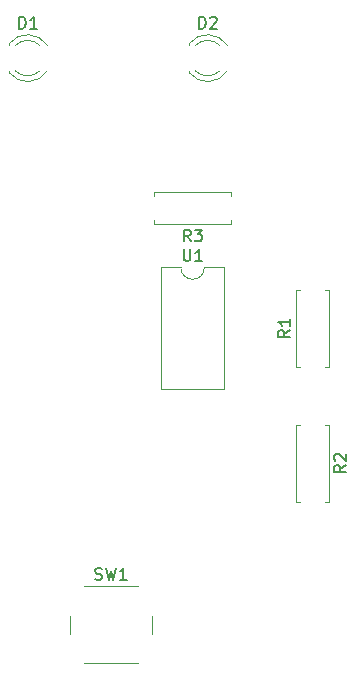
<source format=gbr>
%TF.GenerationSoftware,KiCad,Pcbnew,(5.1.8)-1*%
%TF.CreationDate,2021-08-08T22:25:57+05:30*%
%TF.ProjectId,1st,3173742e-6b69-4636-9164-5f7063625858,rev?*%
%TF.SameCoordinates,Original*%
%TF.FileFunction,Legend,Top*%
%TF.FilePolarity,Positive*%
%FSLAX46Y46*%
G04 Gerber Fmt 4.6, Leading zero omitted, Abs format (unit mm)*
G04 Created by KiCad (PCBNEW (5.1.8)-1) date 2021-08-08 22:25:57*
%MOMM*%
%LPD*%
G01*
G04 APERTURE LIST*
%ADD10C,0.120000*%
%ADD11C,0.150000*%
G04 APERTURE END LIST*
D10*
%TO.C,D1*%
X54320000Y-48070000D02*
X54320000Y-48226000D01*
X54320000Y-45754000D02*
X54320000Y-45910000D01*
X57552335Y-45911392D02*
G75*
G03*
X54320000Y-45754484I-1672335J-1078608D01*
G01*
X57552335Y-48068608D02*
G75*
G02*
X54320000Y-48225516I-1672335J1078608D01*
G01*
X56921130Y-45910163D02*
G75*
G03*
X54839039Y-45910000I-1041130J-1079837D01*
G01*
X56921130Y-48069837D02*
G75*
G02*
X54839039Y-48070000I-1041130J1079837D01*
G01*
%TO.C,D2*%
X72161130Y-48069837D02*
G75*
G02*
X70079039Y-48070000I-1041130J1079837D01*
G01*
X72161130Y-45910163D02*
G75*
G03*
X70079039Y-45910000I-1041130J-1079837D01*
G01*
X72792335Y-48068608D02*
G75*
G02*
X69560000Y-48225516I-1672335J1078608D01*
G01*
X72792335Y-45911392D02*
G75*
G03*
X69560000Y-45754484I-1672335J-1078608D01*
G01*
X69560000Y-45754000D02*
X69560000Y-45910000D01*
X69560000Y-48070000D02*
X69560000Y-48226000D01*
%TO.C,R1*%
X78970000Y-73120000D02*
X78640000Y-73120000D01*
X78640000Y-73120000D02*
X78640000Y-66580000D01*
X78640000Y-66580000D02*
X78970000Y-66580000D01*
X81050000Y-73120000D02*
X81380000Y-73120000D01*
X81380000Y-73120000D02*
X81380000Y-66580000D01*
X81380000Y-66580000D02*
X81050000Y-66580000D01*
%TO.C,R2*%
X78640000Y-84550000D02*
X78970000Y-84550000D01*
X78640000Y-78010000D02*
X78640000Y-84550000D01*
X78970000Y-78010000D02*
X78640000Y-78010000D01*
X81380000Y-84550000D02*
X81050000Y-84550000D01*
X81380000Y-78010000D02*
X81380000Y-84550000D01*
X81050000Y-78010000D02*
X81380000Y-78010000D01*
%TO.C,R3*%
X66580000Y-58320000D02*
X66580000Y-58650000D01*
X73120000Y-58320000D02*
X66580000Y-58320000D01*
X73120000Y-58650000D02*
X73120000Y-58320000D01*
X66580000Y-61060000D02*
X66580000Y-60730000D01*
X73120000Y-61060000D02*
X66580000Y-61060000D01*
X73120000Y-60730000D02*
X73120000Y-61060000D01*
%TO.C,SW1*%
X66440000Y-95710000D02*
X66440000Y-94210000D01*
X65190000Y-91710000D02*
X60690000Y-91710000D01*
X59440000Y-94210000D02*
X59440000Y-95710000D01*
X60690000Y-98210000D02*
X65190000Y-98210000D01*
%TO.C,U1*%
X72500000Y-64710000D02*
X70850000Y-64710000D01*
X72500000Y-74990000D02*
X72500000Y-64710000D01*
X67200000Y-74990000D02*
X72500000Y-74990000D01*
X67200000Y-64710000D02*
X67200000Y-74990000D01*
X68850000Y-64710000D02*
X67200000Y-64710000D01*
X70850000Y-64710000D02*
G75*
G02*
X68850000Y-64710000I-1000000J0D01*
G01*
%TO.C,D1*%
D11*
X55141904Y-44482380D02*
X55141904Y-43482380D01*
X55380000Y-43482380D01*
X55522857Y-43530000D01*
X55618095Y-43625238D01*
X55665714Y-43720476D01*
X55713333Y-43910952D01*
X55713333Y-44053809D01*
X55665714Y-44244285D01*
X55618095Y-44339523D01*
X55522857Y-44434761D01*
X55380000Y-44482380D01*
X55141904Y-44482380D01*
X56665714Y-44482380D02*
X56094285Y-44482380D01*
X56380000Y-44482380D02*
X56380000Y-43482380D01*
X56284761Y-43625238D01*
X56189523Y-43720476D01*
X56094285Y-43768095D01*
%TO.C,D2*%
X70381904Y-44482380D02*
X70381904Y-43482380D01*
X70620000Y-43482380D01*
X70762857Y-43530000D01*
X70858095Y-43625238D01*
X70905714Y-43720476D01*
X70953333Y-43910952D01*
X70953333Y-44053809D01*
X70905714Y-44244285D01*
X70858095Y-44339523D01*
X70762857Y-44434761D01*
X70620000Y-44482380D01*
X70381904Y-44482380D01*
X71334285Y-43577619D02*
X71381904Y-43530000D01*
X71477142Y-43482380D01*
X71715238Y-43482380D01*
X71810476Y-43530000D01*
X71858095Y-43577619D01*
X71905714Y-43672857D01*
X71905714Y-43768095D01*
X71858095Y-43910952D01*
X71286666Y-44482380D01*
X71905714Y-44482380D01*
%TO.C,R1*%
X78092380Y-70016666D02*
X77616190Y-70350000D01*
X78092380Y-70588095D02*
X77092380Y-70588095D01*
X77092380Y-70207142D01*
X77140000Y-70111904D01*
X77187619Y-70064285D01*
X77282857Y-70016666D01*
X77425714Y-70016666D01*
X77520952Y-70064285D01*
X77568571Y-70111904D01*
X77616190Y-70207142D01*
X77616190Y-70588095D01*
X78092380Y-69064285D02*
X78092380Y-69635714D01*
X78092380Y-69350000D02*
X77092380Y-69350000D01*
X77235238Y-69445238D01*
X77330476Y-69540476D01*
X77378095Y-69635714D01*
%TO.C,R2*%
X82832380Y-81446666D02*
X82356190Y-81780000D01*
X82832380Y-82018095D02*
X81832380Y-82018095D01*
X81832380Y-81637142D01*
X81880000Y-81541904D01*
X81927619Y-81494285D01*
X82022857Y-81446666D01*
X82165714Y-81446666D01*
X82260952Y-81494285D01*
X82308571Y-81541904D01*
X82356190Y-81637142D01*
X82356190Y-82018095D01*
X81927619Y-81065714D02*
X81880000Y-81018095D01*
X81832380Y-80922857D01*
X81832380Y-80684761D01*
X81880000Y-80589523D01*
X81927619Y-80541904D01*
X82022857Y-80494285D01*
X82118095Y-80494285D01*
X82260952Y-80541904D01*
X82832380Y-81113333D01*
X82832380Y-80494285D01*
%TO.C,R3*%
X69683333Y-62512380D02*
X69350000Y-62036190D01*
X69111904Y-62512380D02*
X69111904Y-61512380D01*
X69492857Y-61512380D01*
X69588095Y-61560000D01*
X69635714Y-61607619D01*
X69683333Y-61702857D01*
X69683333Y-61845714D01*
X69635714Y-61940952D01*
X69588095Y-61988571D01*
X69492857Y-62036190D01*
X69111904Y-62036190D01*
X70016666Y-61512380D02*
X70635714Y-61512380D01*
X70302380Y-61893333D01*
X70445238Y-61893333D01*
X70540476Y-61940952D01*
X70588095Y-61988571D01*
X70635714Y-62083809D01*
X70635714Y-62321904D01*
X70588095Y-62417142D01*
X70540476Y-62464761D01*
X70445238Y-62512380D01*
X70159523Y-62512380D01*
X70064285Y-62464761D01*
X70016666Y-62417142D01*
%TO.C,SW1*%
X61606666Y-91114761D02*
X61749523Y-91162380D01*
X61987619Y-91162380D01*
X62082857Y-91114761D01*
X62130476Y-91067142D01*
X62178095Y-90971904D01*
X62178095Y-90876666D01*
X62130476Y-90781428D01*
X62082857Y-90733809D01*
X61987619Y-90686190D01*
X61797142Y-90638571D01*
X61701904Y-90590952D01*
X61654285Y-90543333D01*
X61606666Y-90448095D01*
X61606666Y-90352857D01*
X61654285Y-90257619D01*
X61701904Y-90210000D01*
X61797142Y-90162380D01*
X62035238Y-90162380D01*
X62178095Y-90210000D01*
X62511428Y-90162380D02*
X62749523Y-91162380D01*
X62940000Y-90448095D01*
X63130476Y-91162380D01*
X63368571Y-90162380D01*
X64273333Y-91162380D02*
X63701904Y-91162380D01*
X63987619Y-91162380D02*
X63987619Y-90162380D01*
X63892380Y-90305238D01*
X63797142Y-90400476D01*
X63701904Y-90448095D01*
%TO.C,U1*%
X69088095Y-63162380D02*
X69088095Y-63971904D01*
X69135714Y-64067142D01*
X69183333Y-64114761D01*
X69278571Y-64162380D01*
X69469047Y-64162380D01*
X69564285Y-64114761D01*
X69611904Y-64067142D01*
X69659523Y-63971904D01*
X69659523Y-63162380D01*
X70659523Y-64162380D02*
X70088095Y-64162380D01*
X70373809Y-64162380D02*
X70373809Y-63162380D01*
X70278571Y-63305238D01*
X70183333Y-63400476D01*
X70088095Y-63448095D01*
%TD*%
M02*

</source>
